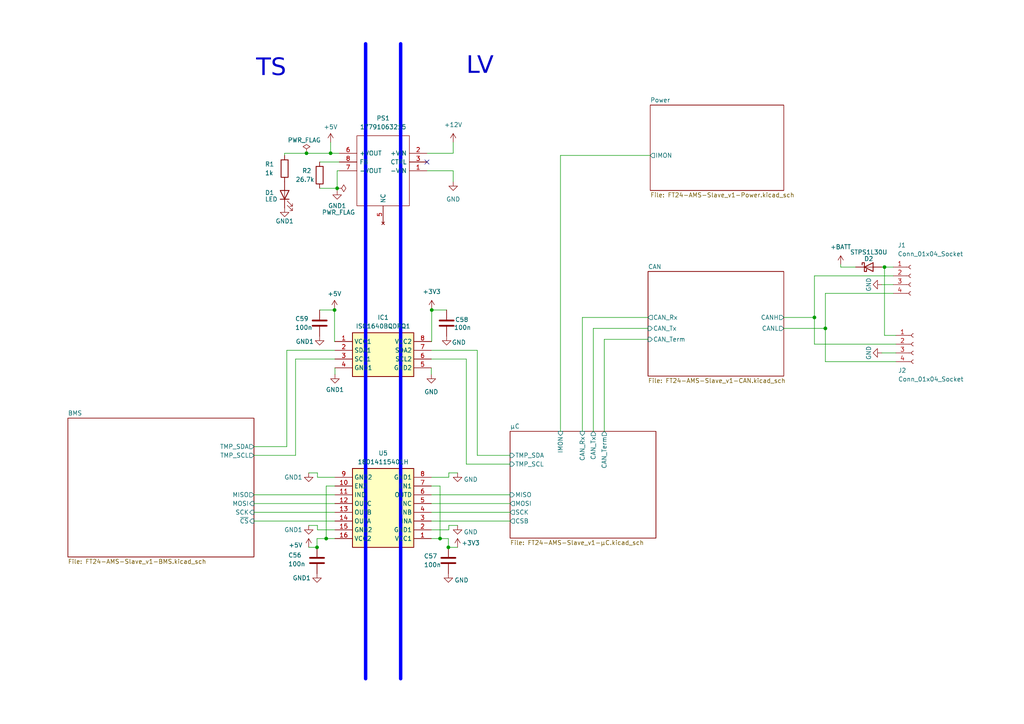
<source format=kicad_sch>
(kicad_sch (version 20230121) (generator eeschema)
  (paper "A4")
  (lib_symbols
    (symbol "18014115401H:18014115401H"
      (property "Reference" "U" (at 0 17.78 0))
      (property "Value" "18014115401H" (at 0 15.24 0))
      (symbol "18014115401H_1_1"
        (rectangle (start -8.89 12.7) (end 8.89 -10.16) (stroke (width 0.254)) (fill (type background)))
        (pin passive line (at -13.97 10.16 0) (length 5.08) (name "VCC1") (number "1"))
        (pin passive line (at 13.97 -5.08 180) (length 5.08) (name "EN2") (number "10"))
        (pin passive line (at 13.97 -2.54 180) (length 5.08) (name "IND") (number "11"))
        (pin passive line (at 13.97 0 180) (length 5.08) (name "OUTC") (number "12"))
        (pin passive line (at 13.97 2.54 180) (length 5.08) (name "OUTB") (number "13"))
        (pin passive line (at 13.97 5.08 180) (length 5.08) (name "OUTA") (number "14"))
        (pin passive line (at 13.97 7.62 180) (length 5.08) (name "GND2") (number "15"))
        (pin passive line (at 13.97 10.16 180) (length 5.08) (name "VCC2") (number "16"))
        (pin passive line (at -13.97 7.62 0) (length 5.08) (name "GND1") (number "2"))
        (pin passive line (at -13.97 5.08 0) (length 5.08) (name "INA") (number "3"))
        (pin passive line (at -13.97 2.54 0) (length 5.08) (name "INB") (number "4"))
        (pin passive line (at -13.97 0 0) (length 5.08) (name "INC") (number "5"))
        (pin passive line (at -13.97 -2.54 0) (length 5.08) (name "OUTD") (number "6"))
        (pin passive line (at -13.97 -5.08 0) (length 5.08) (name "EN1") (number "7"))
        (pin passive line (at -13.97 -7.62 0) (length 5.08) (name "GND1") (number "8"))
        (pin passive line (at 13.97 -7.62 180) (length 5.08) (name "GND2") (number "9"))
      )
    )
    (symbol "Connector:Conn_01x04_Socket" (pin_names (offset 1.016) hide)
      (property "Reference" "J" (at 0 5.08 0))
      (property "Value" "Conn_01x04_Socket" (at 0 -7.62 0))
      (symbol "Conn_01x04_Socket_1_1"
        (arc (start 0 -4.572) (mid -0.5058 -5.08) (end 0 -5.588) (stroke (width 0.1524)))
        (arc (start 0 -2.032) (mid -0.5058 -2.54) (end 0 -3.048) (stroke (width 0.1524)))
        (polyline (pts (xy -1.27 -5.08) (xy -0.508 -5.08)) (stroke (width 0.1524)))
        (polyline (pts (xy -1.27 -2.54) (xy -0.508 -2.54)) (stroke (width 0.1524)))
        (polyline (pts (xy -1.27 0) (xy -0.508 0)) (stroke (width 0.1524)))
        (polyline (pts (xy -1.27 2.54) (xy -0.508 2.54)) (stroke (width 0.1524)))
        (arc (start 0 0.508) (mid -0.5058 0) (end 0 -0.508) (stroke (width 0.1524)))
        (arc (start 0 3.048) (mid -0.5058 2.54) (end 0 2.032) (stroke (width 0.1524)))
        (pin passive line (at -5.08 2.54 0) (length 3.81) (name "Pin_1") (number "1"))
        (pin passive line (at -5.08 0 0) (length 3.81) (name "Pin_2") (number "2"))
        (pin passive line (at -5.08 -2.54 0) (length 3.81) (name "Pin_3") (number "3"))
        (pin passive line (at -5.08 -5.08 0) (length 3.81) (name "Pin_4") (number "4"))
      )
    )
    (symbol "Device:C" (pin_numbers hide) (pin_names (offset 0.254))
      (property "Reference" "C" (at 0.635 2.54 0))
      (property "Value" "C" (at 0.635 -2.54 0))
      (symbol "C_0_1"
        (polyline (pts (xy -2.032 -0.762) (xy 2.032 -0.762)) (stroke (width 0.508)))
        (polyline (pts (xy -2.032 0.762) (xy 2.032 0.762)) (stroke (width 0.508)))
      )
      (symbol "C_1_1"
        (pin passive line (at 0 3.81 270) (length 2.794) (name "~") (number "1"))
        (pin passive line (at 0 -3.81 90) (length 2.794) (name "~") (number "2"))
      )
    )
    (symbol "Device:D_Schottky" (pin_numbers hide) (pin_names (offset 1.016) hide)
      (property "Reference" "D" (at 0 2.54 0))
      (property "Value" "D_Schottky" (at 0 -2.54 0))
      (symbol "D_Schottky_0_1"
        (polyline (pts (xy 1.27 0) (xy -1.27 0)))
        (polyline (pts (xy 1.27 1.27) (xy 1.27 -1.27) (xy -1.27 0) (xy 1.27 1.27)) (stroke (width 0.254)))
        (polyline (pts (xy -1.905 0.635) (xy -1.905 1.27) (xy -1.27 1.27) (xy -1.27 -1.27) (xy -0.635 -1.27) (xy -0.635 -0.635)) (stroke (width 0.254)))
      )
      (symbol "D_Schottky_1_1"
        (pin passive line (at -3.81 0 0) (length 2.54) (name "K") (number "1"))
        (pin passive line (at 3.81 0 180) (length 2.54) (name "A") (number "2"))
      )
    )
    (symbol "Device:R" (pin_numbers hide) (pin_names (offset 0))
      (property "Reference" "R" (at 2.032 0 90))
      (property "Value" "R" (at 0 0 90))
      (symbol "R_0_1"
        (rectangle (start -1.016 -2.54) (end 1.016 2.54) (stroke (width 0.254)))
      )
      (symbol "R_1_1"
        (pin passive line (at 0 3.81 270) (length 1.27) (name "~") (number "1"))
        (pin passive line (at 0 -3.81 90) (length 1.27) (name "~") (number "2"))
      )
    )
    (symbol "FaSTTUBe_LEDs:0603_red" (pin_numbers hide) (pin_names (offset 1.016) hide)
      (property "Reference" "D" (at 0 2.54 0))
      (property "Value" "0603_red" (at 0 -3.81 0))
      (symbol "0603_red_0_1"
        (polyline (pts (xy -1.27 -1.27) (xy -1.27 1.27)) (stroke (width 0.254)))
        (polyline (pts (xy -1.27 0) (xy 1.27 0)))
        (polyline (pts (xy 1.27 -1.27) (xy 1.27 1.27) (xy -1.27 0) (xy 1.27 -1.27)) (stroke (width 0.254)))
        (polyline (pts (xy -3.048 -0.762) (xy -4.572 -2.286) (xy -3.81 -2.286) (xy -4.572 -2.286) (xy -4.572 -1.524)))
        (polyline (pts (xy -1.778 -0.762) (xy -3.302 -2.286) (xy -2.54 -2.286) (xy -3.302 -2.286) (xy -3.302 -1.524)))
      )
      (symbol "0603_red_1_1"
        (pin passive line (at -3.81 0 0) (length 2.54) (name "K") (number "1"))
        (pin passive line (at 3.81 0 180) (length 2.54) (name "A") (number "2"))
      )
    )
    (symbol "ISO1640BQDRQ1:ISO1640BQDRQ1"
      (property "Reference" "IC" (at 24.13 7.62 0))
      (property "Value" "ISO1640BQDRQ1" (at 24.13 5.08 0))
      (symbol "ISO1640BQDRQ1_1_1"
        (rectangle (start 5.08 2.54) (end 22.86 -10.16) (stroke (width 0.254)) (fill (type background)))
        (pin passive line (at 0 0 0) (length 5.08) (name "VCC1") (number "1"))
        (pin passive line (at 0 -2.54 0) (length 5.08) (name "SDA1") (number "2"))
        (pin passive line (at 0 -5.08 0) (length 5.08) (name "SCL1") (number "3"))
        (pin passive line (at 0 -7.62 0) (length 5.08) (name "GND1") (number "4"))
        (pin passive line (at 27.94 -7.62 180) (length 5.08) (name "GND2") (number "5"))
        (pin passive line (at 27.94 -5.08 180) (length 5.08) (name "SCL2") (number "6"))
        (pin passive line (at 27.94 -2.54 180) (length 5.08) (name "SDA2") (number "7"))
        (pin passive line (at 27.94 0 180) (length 5.08) (name "VCC2") (number "8"))
      )
    )
    (symbol "SamacSys_Parts:17791063215" (pin_names (offset 0.762))
      (property "Reference" "PS1" (at 12.7 7.62 0))
      (property "Value" "17791063215" (at 12.7 5.08 0))
      (symbol "17791063215_0_0"
        (pin passive line (at 0 -7.62 0) (length 5.08) (name "-VIN") (number "1"))
        (pin passive line (at 0 -2.54 0) (length 5.08) (name "+VIN") (number "2"))
        (pin passive line (at 0 -5.08 0) (length 5.08) (name "CTRL") (number "3"))
        (pin no_connect line (at 12.7 -22.86 90) (length 5.08) (name "NC") (number "5"))
        (pin passive line (at 25.4 -2.54 180) (length 5.08) (name "+VOUT") (number "6"))
        (pin passive line (at 25.4 -7.62 180) (length 5.08) (name "-VOUT") (number "7"))
        (pin passive line (at 25.4 -5.08 180) (length 5.08) (name "FB") (number "8"))
      )
      (symbol "17791063215_0_1"
        (polyline (pts (xy 5.08 2.54) (xy 20.32 2.54) (xy 20.32 -17.78) (xy 5.08 -17.78) (xy 5.08 2.54)) (stroke (width 0.1524)))
      )
    )
    (symbol "power:+12V" (power) (pin_names (offset 0))
      (property "Value" "+12V" (at 0 3.556 0))
      (symbol "+12V_0_1"
        (polyline (pts (xy -0.762 1.27) (xy 0 2.54)))
        (polyline (pts (xy 0 0) (xy 0 2.54)))
        (polyline (pts (xy 0 2.54) (xy 0.762 1.27)))
      )
      (symbol "+12V_1_1"
        (pin power_in line (at 0 0 90) (length 0) hide (name "+12V") (number "1"))
      )
    )
    (symbol "power:+3V3" (power) (pin_names (offset 0))
      (property "Value" "+3V3" (at 0 3.556 0))
      (symbol "+3V3_0_1"
        (polyline (pts (xy -0.762 1.27) (xy 0 2.54)))
        (polyline (pts (xy 0 0) (xy 0 2.54)))
        (polyline (pts (xy 0 2.54) (xy 0.762 1.27)))
      )
      (symbol "+3V3_1_1"
        (pin power_in line (at 0 0 90) (length 0) hide (name "+3V3") (number "1"))
      )
    )
    (symbol "power:+5V" (power) (pin_names (offset 0))
      (property "Value" "+5V" (at 0 3.556 0))
      (symbol "+5V_0_1"
        (polyline (pts (xy -0.762 1.27) (xy 0 2.54)))
        (polyline (pts (xy 0 0) (xy 0 2.54)))
        (polyline (pts (xy 0 2.54) (xy 0.762 1.27)))
      )
      (symbol "+5V_1_1"
        (pin power_in line (at 0 0 90) (length 0) hide (name "+5V") (number "1"))
      )
    )
    (symbol "power:+BATT" (power) (pin_names (offset 0))
      (property "Value" "+BATT" (at 0 3.556 0))
      (symbol "+BATT_0_1"
        (polyline (pts (xy -0.762 1.27) (xy 0 2.54)))
        (polyline (pts (xy 0 0) (xy 0 2.54)))
        (polyline (pts (xy 0 2.54) (xy 0.762 1.27)))
      )
      (symbol "+BATT_1_1"
        (pin power_in line (at 0 0 90) (length 0) hide (name "+BATT") (number "1"))
      )
    )
    (symbol "power:GND" (power) (pin_names (offset 0))
      (property "Value" "GND" (at 0 -3.81 0))
      (symbol "GND_0_1"
        (polyline (pts (xy 0 0) (xy 0 -1.27) (xy 1.27 -1.27) (xy 0 -2.54) (xy -1.27 -1.27) (xy 0 -1.27)))
      )
      (symbol "GND_1_1"
        (pin power_in line (at 0 0 270) (length 0) hide (name "GND") (number "1"))
      )
    )
    (symbol "power:GND1" (power) (pin_names (offset 0))
      (property "Value" "GND1" (at 0 -3.81 0))
      (symbol "GND1_0_1"
        (polyline (pts (xy 0 0) (xy 0 -1.27) (xy 1.27 -1.27) (xy 0 -2.54) (xy -1.27 -1.27) (xy 0 -1.27)))
      )
      (symbol "GND1_1_1"
        (pin power_in line (at 0 0 270) (length 0) hide (name "GND1") (number "1"))
      )
    )
    (symbol "power:PWR_FLAG" (power) (pin_numbers hide) (pin_names (offset 0) hide)
      (property "Value" "PWR_FLAG" (at 0 3.81 0))
      (symbol "PWR_FLAG_0_0"
        (pin power_out line (at 0 0 90) (length 0) (name "pwr") (number "1"))
      )
      (symbol "PWR_FLAG_0_1"
        (polyline (pts (xy 0 0) (xy 0 1.27) (xy -1.016 1.905) (xy 0 2.54) (xy 1.016 1.905) (xy 0 1.27)))
      )
    )
  )
  (junction (at 236.22 92.075))
  (junction (at 127.635 156.21))
  (junction (at 97.028 89.916))
  (junction (at 130.048 158.75))
  (junction (at 256.54 77.47))
  (junction (at 97.79 54.61))
  (junction (at 91.948 158.75))
  (junction (at 125.222 89.916))
  (junction (at 239.395 95.25))
  (junction (at 95.885 44.45))
  (junction (at 88.9 44.45))
  (junction (at 94.615 156.21))
  (no_connect (at 123.825 46.99))
  (wire (pts (xy 98.425 46.99) (xy 92.71 46.99)))
  (wire (pts (xy 89.535 158.75) (xy 91.948 158.75)))
  (wire (pts (xy 125.222 89.916) (xy 125.222 99.06)))
  (wire (pts (xy 88.9 44.45) (xy 95.885 44.45)))
  (wire (pts (xy 92.075 138.43) (xy 97.155 138.43)))
  (wire (pts (xy 236.22 92.075) (xy 236.22 99.822)))
  (wire (pts (xy 92.71 54.61) (xy 97.79 54.61)))
  (wire (pts (xy 259.08 82.55) (xy 255.778 82.55)))
  (wire (pts (xy 97.79 54.61) (xy 97.79 55.245)))
  (wire (pts (xy 125.095 148.59) (xy 147.955 148.59)))
  (wire (pts (xy 135.255 104.14) (xy 135.255 134.62)))
  (wire (pts (xy 125.095 108.585) (xy 125.095 106.68)))
  (wire (pts (xy 125.095 143.51) (xy 147.955 143.51)))
  (wire (pts (xy 256.54 77.47) (xy 259.08 77.47)))
  (wire (pts (xy 125.222 89.662) (xy 125.222 89.916)))
  (wire (pts (xy 131.445 41.275) (xy 131.445 44.45)))
  (wire (pts (xy 73.66 132.08) (xy 85.725 132.08)))
  (wire (pts (xy 82.55 45.085) (xy 82.55 44.45)))
  (wire (pts (xy 95.885 44.45) (xy 98.425 44.45)))
  (wire (pts (xy 243.84 76.708) (xy 243.84 77.47)))
  (wire (pts (xy 227.33 92.075) (xy 236.22 92.075)))
  (wire (pts (xy 91.948 156.21) (xy 91.948 158.75)))
  (wire (pts (xy 172.085 125.095) (xy 172.085 95.25)))
  (wire (pts (xy 123.825 49.53) (xy 131.445 49.53)))
  (wire (pts (xy 138.43 101.6) (xy 138.43 132.08)))
  (wire (pts (xy 83.185 101.6) (xy 97.155 101.6)))
  (wire (pts (xy 73.66 148.59) (xy 97.155 148.59)))
  (wire (pts (xy 175.26 98.425) (xy 187.96 98.425)))
  (wire (pts (xy 138.43 132.08) (xy 147.955 132.08)))
  (wire (pts (xy 92.075 152.4) (xy 92.075 153.67)))
  (wire (pts (xy 188.595 45.085) (xy 162.56 45.085)))
  (wire (pts (xy 83.185 129.54) (xy 83.185 101.6)))
  (wire (pts (xy 123.825 44.45) (xy 131.445 44.45)))
  (wire (pts (xy 127.635 156.21) (xy 130.048 156.21)))
  (wire (pts (xy 73.66 151.13) (xy 97.155 151.13)))
  (wire (pts (xy 175.26 125.095) (xy 175.26 98.425)))
  (wire (pts (xy 125.095 104.14) (xy 135.255 104.14)))
  (wire (pts (xy 162.56 45.085) (xy 162.56 125.095)))
  (wire (pts (xy 97.028 89.916) (xy 97.028 99.06)))
  (wire (pts (xy 172.085 95.25) (xy 187.96 95.25)))
  (wire (pts (xy 92.075 153.67) (xy 97.155 153.67)))
  (wire (pts (xy 130.048 158.75) (xy 132.715 158.75)))
  (wire (pts (xy 239.395 85.09) (xy 239.395 95.25)))
  (wire (pts (xy 132.715 152.4) (xy 130.175 152.4)))
  (wire (pts (xy 256.54 97.282) (xy 259.842 97.282)))
  (wire (pts (xy 130.175 152.4) (xy 130.175 153.67)))
  (wire (pts (xy 255.778 77.47) (xy 256.54 77.47)))
  (wire (pts (xy 97.79 49.53) (xy 97.79 54.61)))
  (wire (pts (xy 187.96 92.075) (xy 168.91 92.075)))
  (wire (pts (xy 236.22 80.01) (xy 236.22 92.075)))
  (wire (pts (xy 125.095 151.13) (xy 147.955 151.13)))
  (wire (pts (xy 239.395 104.902) (xy 259.842 104.902)))
  (wire (pts (xy 127.635 140.97) (xy 127.635 156.21)))
  (wire (pts (xy 256.54 77.47) (xy 256.54 97.282)))
  (wire (pts (xy 243.84 77.47) (xy 248.158 77.47)))
  (wire (pts (xy 125.095 153.67) (xy 130.175 153.67)))
  (polyline (pts (xy 106.045 12.7) (xy 106.045 196.85)) (stroke (width 1) (type solid) (color 0 0 255 0.36)))
  (wire (pts (xy 92.075 137.16) (xy 92.075 138.43)))
  (wire (pts (xy 125.095 156.21) (xy 127.635 156.21)))
  (wire (pts (xy 125.095 146.05) (xy 147.955 146.05)))
  (wire (pts (xy 85.725 132.08) (xy 85.725 104.14)))
  (wire (pts (xy 95.885 41.275) (xy 95.885 44.45)))
  (wire (pts (xy 168.91 92.075) (xy 168.91 125.095)))
  (polyline (pts (xy 116.205 12.7) (xy 116.205 196.85)) (stroke (width 1) (color 0 0 255 0.36)))
  (wire (pts (xy 125.095 140.97) (xy 127.635 140.97)))
  (wire (pts (xy 97.155 108.585) (xy 97.155 106.68)))
  (wire (pts (xy 85.725 104.14) (xy 97.155 104.14)))
  (wire (pts (xy 82.55 44.45) (xy 88.9 44.45)))
  (wire (pts (xy 94.615 140.97) (xy 94.615 156.21)))
  (wire (pts (xy 73.66 146.05) (xy 97.155 146.05)))
  (wire (pts (xy 97.028 99.06) (xy 97.155 99.06)))
  (wire (pts (xy 129.54 89.916) (xy 125.222 89.916)))
  (wire (pts (xy 130.048 156.21) (xy 130.048 158.75)))
  (wire (pts (xy 135.255 134.62) (xy 147.955 134.62)))
  (wire (pts (xy 97.028 89.662) (xy 97.028 89.916)))
  (wire (pts (xy 125.095 138.43) (xy 130.175 138.43)))
  (wire (pts (xy 125.095 101.6) (xy 138.43 101.6)))
  (wire (pts (xy 227.33 95.25) (xy 239.395 95.25)))
  (wire (pts (xy 92.71 89.916) (xy 97.028 89.916)))
  (wire (pts (xy 97.155 140.97) (xy 94.615 140.97)))
  (wire (pts (xy 73.66 129.54) (xy 83.185 129.54)))
  (wire (pts (xy 73.66 143.51) (xy 97.155 143.51)))
  (wire (pts (xy 239.395 85.09) (xy 259.08 85.09)))
  (wire (pts (xy 131.445 49.53) (xy 131.445 52.705)))
  (wire (pts (xy 89.535 137.16) (xy 92.075 137.16)))
  (wire (pts (xy 255.778 102.362) (xy 259.842 102.362)))
  (wire (pts (xy 98.425 49.53) (xy 97.79 49.53)))
  (wire (pts (xy 239.395 95.25) (xy 239.395 104.902)))
  (wire (pts (xy 130.175 137.16) (xy 130.175 138.43)))
  (wire (pts (xy 132.715 137.16) (xy 130.175 137.16)))
  (wire (pts (xy 236.22 80.01) (xy 259.08 80.01)))
  (wire (pts (xy 97.155 156.21) (xy 94.615 156.21)))
  (wire (pts (xy 89.535 152.4) (xy 92.075 152.4)))
  (wire (pts (xy 125.222 99.06) (xy 125.095 99.06)))
  (wire (pts (xy 94.615 156.21) (xy 91.948 156.21)))
  (wire (pts (xy 236.22 99.822) (xy 259.842 99.822)))
  (text "LV" (at 135.255 23.495 0) (effects (font (size 5 5)) (justify left bottom)))
  (text "TS" (at 74.295 24.13 0) (effects (font (size 5 5)) (justify left bottom)))
  (text "- Die Overvoltage Threshold der E-Fuse würde ich auf ~15V setzten. \n  Etwas mehr als 14 könnte bei einer vollgeladenen Batterie durchaus \n  mal vorkommen" (at 7.62 217.17 0) (effects (font (size 1.27 1.27)) (justify left bottom)))
  (symbol (lib_id "power:+5V") (at 95.885 41.275 0) (unit 1)
    (property "Reference" "#PWR05" (effects hide))
    (property "Value" "+5V" (at 95.885 36.83 0))
  )
  (symbol (lib_id "power:GND") (at 125.095 108.585 0) (unit 1)
    (property "Reference" "#PWR010" (effects hide))
    (property "Value" "GND" (at 125.095 113.665 0))
  )
  (symbol (lib_id "Device:D_Schottky") (at 251.968 77.47 0) (unit 1)
    (property "Reference" "D2" (at 251.968 75.057 0))
    (property "Value" "STPS1L30U" (at 251.968 73.152 0))
    (property "Footprint" "Slave:DIOM5436X265N" (effects hide))
  )
  (symbol (lib_id "power:GND1") (at 92.71 97.536 0) (unit 1)
    (property "Reference" "#PWR075" (effects hide))
    (property "Value" "GND1" (at 88.392 99.06 0))
  )
  (symbol (lib_id "Connector:Conn_01x04_Socket") (at 264.16 80.01 0) (unit 1)
    (property "Reference" "J1" (at 260.35 71.12 0) (effects (justify left)))
    (property "Value" "Conn_01x04_Socket" (at 260.35 73.66 0) (effects (justify left)))
    (property "Footprint" "Slave:2159320470" (effects hide))
  )
  (symbol (lib_id "power:GND") (at 131.445 52.705 0) (unit 1)
    (property "Reference" "#PWR014" (effects hide))
    (property "Value" "GND" (at 131.445 57.785 0))
  )
  (symbol (lib_id "power:GND") (at 132.715 137.16 0) (unit 1)
    (property "Reference" "#PWR015" (effects hide))
    (property "Value" "GND" (at 136.525 139.065 0))
  )
  (symbol (lib_id "power:+3V3") (at 125.222 89.662 0) (unit 1)
    (property "Reference" "#PWR09" (effects hide))
    (property "Value" "+3V3" (at 125.222 84.582 0))
  )
  (symbol (lib_id "Device:C") (at 130.048 162.56 0) (unit 1)
    (property "Reference" "C57" (at 122.936 161.29 0) (effects (justify left)))
    (property "Value" "100n" (at 122.936 163.83 0) (effects (justify left)))
    (property "Footprint" "Capacitor_SMD:C_0603_1608Metric" (effects hide))
  )
  (symbol (lib_id "Device:C") (at 91.948 162.56 0) (unit 1)
    (property "Reference" "C56" (at 83.566 161.036 0) (effects (justify left)))
    (property "Value" "100n" (at 83.566 163.576 0) (effects (justify left)))
    (property "Footprint" "Capacitor_SMD:C_0603_1608Metric" (effects hide))
  )
  (symbol (lib_id "power:GND1") (at 97.79 55.245 0) (unit 1)
    (property "Reference" "#PWR08" (effects hide))
    (property "Value" "GND1" (at 97.79 59.69 0))
  )
  (symbol (lib_id "power:GND1") (at 89.535 152.4 0) (unit 1)
    (property "Reference" "#PWR063" (effects hide))
    (property "Value" "GND1" (at 85.09 153.67 0))
  )
  (symbol (lib_id "power:GND1") (at 89.535 137.16 0) (unit 1)
    (property "Reference" "#PWR02" (effects hide))
    (property "Value" "GND1" (at 85.09 138.43 0))
  )
  (symbol (lib_id "power:PWR_FLAG") (at 88.9 44.45 0) (unit 1)
    (property "Reference" "#FLG01" (effects hide))
    (property "Value" "PWR_FLAG" (at 88.265 40.64 0))
  )
  (symbol (lib_id "power:GND") (at 255.778 82.55 270) (unit 1)
    (property "Reference" "#PWR077" (effects hide))
    (property "Value" "GND" (at 251.968 82.55 0))
  )
  (symbol (lib_id "SamacSys_Parts:17791063215") (at 123.825 41.91 0) (mirror y) (unit 1)
    (property "Reference" "PS1" (at 111.125 34.29 0))
    (property "Value" "17791063215" (at 111.125 36.83 0))
    (property "Footprint" "Slave:17791063215" (effects hide))
    (property "Datasheet" "https://www.mouser.de/datasheet/2/445/17791063215-1715724.pdf" (effects hide))
    (property "Description" "Switching Voltage Regulators VISM 2kVReg 8-42VInp 1W SIP-8 3.3-6V Outp" (effects hide))
    (property "Height" "11.6" (effects hide))
    (property "Mouser Part Number" "710-17791063215" (effects hide))
    (property "Mouser Price/Stock" "https://www.mouser.co.uk/ProductDetail/Wurth-Elektronik/17791063215?qs=vLWxofP3U2xkPONd0ILDhA%3D%3D" (effects hide))
    (property "Manufacturer_Name" "Wurth Elektronik" (effects hide))
    (property "Manufacturer_Part_Number" "17791063215" (effects hide))
  )
  (symbol (lib_id "Device:C") (at 129.54 93.726 180) (unit 1)
    (property "Reference" "C58" (at 135.89 92.71 0) (effects (justify left)))
    (property "Value" "100n" (at 136.652 94.996 0) (effects (justify left)))
    (property "Footprint" "Capacitor_SMD:C_0603_1608Metric" (effects hide))
  )
  (symbol (lib_id "power:+5V") (at 89.535 158.75 0) (unit 1)
    (property "Reference" "#PWR03" (effects hide))
    (property "Value" "+5V" (at 85.725 158.115 0))
  )
  (symbol (lib_id "ISO1640BQDRQ1:ISO1640BQDRQ1") (at 97.155 99.06 0) (unit 1)
    (property "Reference" "IC1" (at 111.125 92.075 0))
    (property "Value" "ISO1640BQDRQ1" (at 111.125 94.615 0))
    (property "Footprint" "Slave:SOIC127P600X175-8N" (effects hide))
    (property "Datasheet" "https://www.ti.com/lit/ds/symlink/iso1640.pdf" (effects hide))
    (property "Height" "1.75" (effects hide))
    (property "Mouser Part Number" "595-ISO1640BQDRQ1" (effects hide))
    (property "Mouser Price/Stock" "https://www.mouser.co.uk/ProductDetail/Texas-Instruments/ISO1640BQDRQ1?qs=QNEnbhJQKvat3Z1mRPODGw%3D%3D" (effects hide))
    (property "Manufacturer_Name" "Texas Instruments" (effects hide))
    (property "Manufacturer_Part_Number" "ISO1640BQDRQ1" (effects hide))
  )
  (symbol (lib_id "power:GND") (at 255.778 102.362 270) (unit 1)
    (property "Reference" "#PWR078" (effects hide))
    (property "Value" "GND" (at 251.968 102.362 0))
  )
  (symbol (lib_id "Device:R") (at 82.55 48.895 0) (unit 1)
    (property "Reference" "R1" (at 76.835 47.625 0) (effects (justify left)))
    (property "Value" "1k" (at 76.835 50.165 0) (effects (justify left)))
    (property "Footprint" "Resistor_SMD:R_0603_1608Metric" (effects hide))
  )
  (symbol (lib_id "power:GND") (at 129.54 97.536 0) (unit 1)
    (property "Reference" "#PWR074" (effects hide))
    (property "Value" "GND" (at 133.096 99.314 0))
  )
  (symbol (lib_id "power:+3V3") (at 132.715 158.75 0) (unit 1)
    (property "Reference" "#PWR011" (effects hide))
    (property "Value" "+3V3" (at 136.525 157.48 0))
  )
  (symbol (lib_id "power:GND") (at 130.048 166.37 0) (unit 1)
    (property "Reference" "#PWR073" (effects hide))
    (property "Value" "GND" (at 133.858 168.275 0))
  )
  (symbol (lib_id "power:GND") (at 132.715 152.4 0) (unit 1)
    (property "Reference" "#PWR012" (effects hide))
    (property "Value" "GND" (at 136.525 154.305 0))
  )
  (symbol (lib_id "Connector:Conn_01x04_Socket") (at 264.922 99.822 0) (unit 1)
    (property "Reference" "J2" (at 260.477 107.442 0) (effects (justify left)))
    (property "Value" "Conn_01x04_Socket" (at 260.477 109.982 0) (effects (justify left)))
    (property "Footprint" "Slave:2059710041" (effects hide))
  )
  (symbol (lib_id "power:PWR_FLAG") (at 97.79 54.61 270) (unit 1)
    (property "Reference" "#FLG06" (effects hide))
    (property "Value" "PWR_FLAG" (at 93.345 61.595 90) (effects (justify left)))
  )
  (symbol (lib_id "power:GND1") (at 91.948 166.37 0) (unit 1)
    (property "Reference" "#PWR072" (effects hide))
    (property "Value" "GND1" (at 87.503 167.64 0))
  )
  (symbol (lib_id "power:+BATT") (at 243.84 76.708 0) (unit 1)
    (property "Reference" "#PWR017" (effects hide))
    (property "Value" "+BATT" (at 243.84 71.628 0))
  )
  (symbol (lib_id "power:GND1") (at 97.155 108.585 0) (unit 1)
    (property "Reference" "#PWR07" (effects hide))
    (property "Value" "GND1" (at 97.155 113.03 0))
  )
  (symbol (lib_id "Device:C") (at 92.71 93.726 0) (unit 1)
    (property "Reference" "C59" (at 85.598 92.456 0) (effects (justify left)))
    (property "Value" "100n" (at 85.598 94.996 0) (effects (justify left)))
    (property "Footprint" "Capacitor_SMD:C_0603_1608Metric" (effects hide))
  )
  (symbol (lib_id "18014115401H:18014115401H") (at 111.125 146.05 180) (unit 1)
    (property "Reference" "U5" (at 111.125 131.445 0))
    (property "Value" "18014115401H" (at 111.125 133.985 0))
    (property "Footprint" "Package_SO:SOIC-16W_7.5x10.3mm_P1.27mm" (effects hide))
  )
  (symbol (lib_id "power:+12V") (at 131.445 41.275 0) (unit 1)
    (property "Reference" "#PWR013" (effects hide))
    (property "Value" "+12V" (at 131.445 36.195 0))
  )
  (symbol (lib_id "power:+5V") (at 97.028 89.662 0) (mirror y) (unit 1)
    (property "Reference" "#PWR06" (effects hide))
    (property "Value" "+5V" (at 97.028 85.217 0))
  )
  (symbol (lib_id "power:GND1") (at 82.55 60.325 0) (unit 1)
    (property "Reference" "#PWR01" (effects hide))
    (property "Value" "GND1" (at 82.55 64.135 0))
  )
  (symbol (lib_id "Device:R") (at 92.71 50.8 0) (unit 1)
    (property "Reference" "R2" (at 87.63 49.53 0) (effects (justify left)))
    (property "Value" "26.7k" (at 85.725 52.07 0) (effects (justify left)))
    (property "Footprint" "Resistor_SMD:R_0603_1608Metric" (effects hide))
  )
  (symbol (lib_id "FaSTTUBe_LEDs:0603_red") (at 82.55 56.515 90) (unit 1)
    (property "Reference" "D1" (at 76.835 55.88 90) (effects (justify right)))
    (property "Value" "LED" (at 76.835 57.785 90) (effects (justify right)))
    (property "Footprint" "LED_SMD:LED_0603_1608Metric" (effects hide))
  )
  (sheet (at 19.685 121.285) (size 53.975 40.259) (stroke (width 0.1524))
    (property "Sheetname" "BMS" (at 19.685 120.5734 0) (effects (justify left bottom)))
    (property "Sheetfile" "FT24-AMS-Slave_v1-BMS.kicad_sch" (at 19.685 162.1286 0) (effects (justify left top)))
    (pin "TMP_SCL" output (at 73.66 132.08 0))
    (pin "TMP_SDA" output (at 73.66 129.54 0))
    (pin "MISO" output (at 73.66 143.51 0))
    (pin "MOSI" input (at 73.66 146.05 0))
    (pin "SCK" input (at 73.66 148.59 0))
    (pin "~{CS}" input (at 73.66 151.13 0))
  )
  (sheet (at 187.96 78.74) (size 39.37 30.353) (stroke (width 0.1524))
    (property "Sheetname" "CAN" (at 187.96 78.105 0) (effects (justify left bottom)))
    (property "Sheetfile" "FT24-AMS-Slave_v1-CAN.kicad_sch" (at 187.96 109.6776 0) (effects (justify left top)))
    (pin "CAN_Rx" output (at 187.96 92.075 180))
    (pin "CAN_Tx" input (at 187.96 95.25 180))
    (pin "CANL" output (at 227.33 95.25 0))
    (pin "CANH" output (at 227.33 92.075 0))
    (pin "CAN_Term" input (at 187.96 98.425 180))
  )
  (sheet (at 188.595 30.48) (size 38.735 24.765) (stroke (width 0.1524))
    (property "Sheetname" "Power" (at 188.595 29.7684 0) (effects (justify left bottom)))
    (property "Sheetfile" "FT24-AMS-Slave_v1-Power.kicad_sch" (at 188.595 55.8296 0) (effects (justify left top)))
    (pin "IMON" output (at 188.595 45.085 180))
  )
  (sheet (at 147.955 125.095) (size 42.291 30.988) (stroke (width 0.1524))
    (property "Sheetname" "µC" (at 147.955 124.3834 0) (effects (justify left bottom)))
    (property "Sheetfile" "FT24-AMS-Slave_v1-µC.kicad_sch" (at 147.955 156.6676 0) (effects (justify left top)))
    (pin "CAN_Tx" output (at 172.085 125.095 90))
    (pin "CAN_Rx" input (at 168.91 125.095 90))
    (pin "SCK" output (at 147.955 148.59 180))
    (pin "MISO" input (at 147.955 143.51 180))
    (pin "MOSI" output (at 147.955 146.05 180))
    (pin "TMP_SDA" input (at 147.955 132.08 180))
    (pin "TMP_SCL" input (at 147.955 134.62 180))
    (pin "CSB" output (at 147.955 151.13 180))
    (pin "CAN_Term" output (at 175.26 125.095 90))
    (pin "IMON" input (at 162.56 125.095 90))
  )
)
</source>
